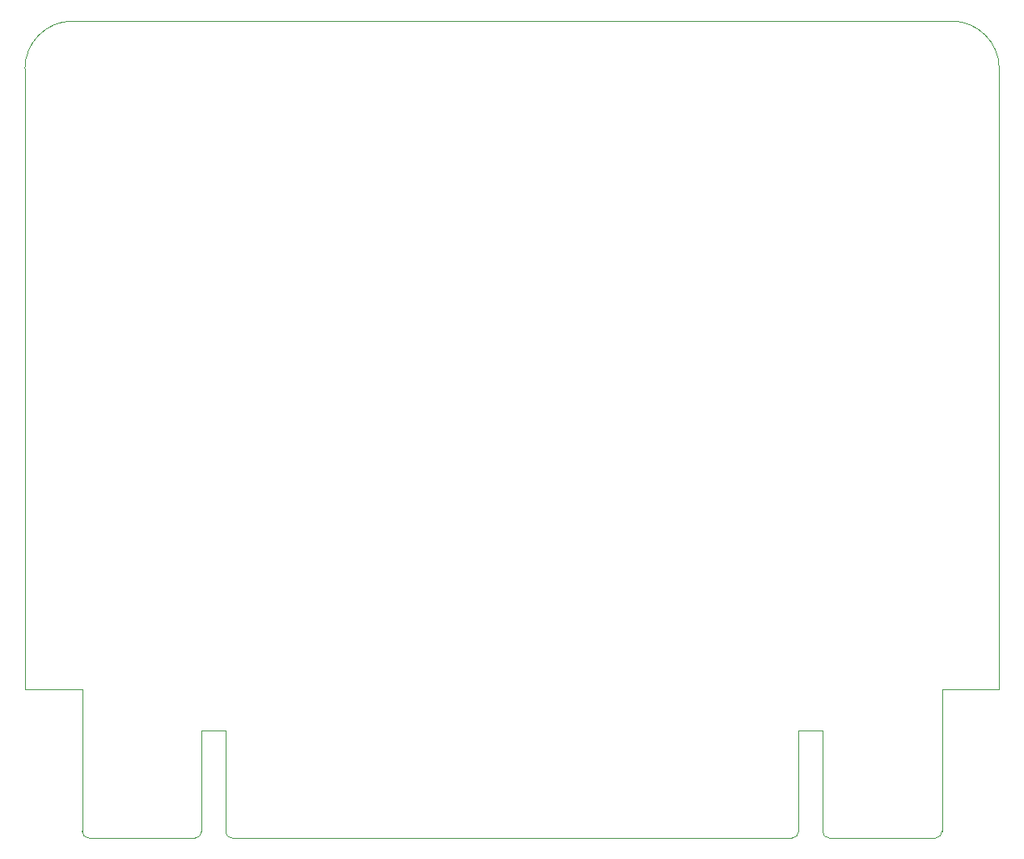
<source format=gbr>
%TF.GenerationSoftware,KiCad,Pcbnew,(6.0.6-1)-1*%
%TF.CreationDate,2022-07-24T16:47:29-04:00*%
%TF.ProjectId,SNES_logicadapter,534e4553-5f6c-46f6-9769-636164617074,rev?*%
%TF.SameCoordinates,Original*%
%TF.FileFunction,Profile,NP*%
%FSLAX46Y46*%
G04 Gerber Fmt 4.6, Leading zero omitted, Abs format (unit mm)*
G04 Created by KiCad (PCBNEW (6.0.6-1)-1) date 2022-07-24 16:47:29*
%MOMM*%
%LPD*%
G01*
G04 APERTURE LIST*
%TA.AperFunction,Profile*%
%ADD10C,0.100000*%
%TD*%
G04 APERTURE END LIST*
D10*
%TO.C,CON1*%
X121680000Y-141610000D02*
X121680000Y-152140000D01*
X106680000Y-142240000D02*
X106680000Y-152140000D01*
X184880000Y-152840000D02*
X195980000Y-152840000D01*
X181680000Y-152140000D02*
X181680000Y-141610000D01*
X119180000Y-152140000D02*
X119180000Y-141610000D01*
X122380000Y-152840000D02*
X180980000Y-152840000D01*
X181680000Y-141610000D02*
X184180000Y-141610000D01*
X184180000Y-141610000D02*
X184180000Y-152140000D01*
X119180000Y-141610000D02*
X121680000Y-141610000D01*
X196680000Y-152140000D02*
X196680000Y-142240000D01*
X107380000Y-152840000D02*
X118480000Y-152840000D01*
X118480000Y-152840000D02*
G75*
G03*
X119180000Y-152140000I0J700000D01*
G01*
X121680000Y-152140000D02*
G75*
G03*
X122380000Y-152840000I700000J0D01*
G01*
X195980000Y-152840000D02*
G75*
G03*
X196680000Y-152140000I0J700000D01*
G01*
X184180000Y-152140000D02*
G75*
G03*
X184880000Y-152840000I700000J0D01*
G01*
X106680000Y-152140000D02*
G75*
G03*
X107380000Y-152840000I700000J0D01*
G01*
X180980000Y-152840000D02*
G75*
G03*
X181680000Y-152140000I0J700000D01*
G01*
%TO.C,FC_*%
X202680000Y-137240000D02*
X196680000Y-137240000D01*
X100680000Y-72240000D02*
X100680000Y-137240000D01*
X202680000Y-137240000D02*
X202680000Y-72240000D01*
X196680000Y-137240000D02*
X196680000Y-142240000D01*
X197680000Y-67240000D02*
X105680000Y-67240000D01*
X106680000Y-137240000D02*
X106680000Y-142240000D01*
X100680000Y-137240000D02*
X106680000Y-137240000D01*
X105680000Y-67240000D02*
G75*
G03*
X100680000Y-72240000I0J-5000000D01*
G01*
X202680000Y-72240000D02*
G75*
G03*
X197680000Y-67240000I-5000000J0D01*
G01*
%TD*%
M02*

</source>
